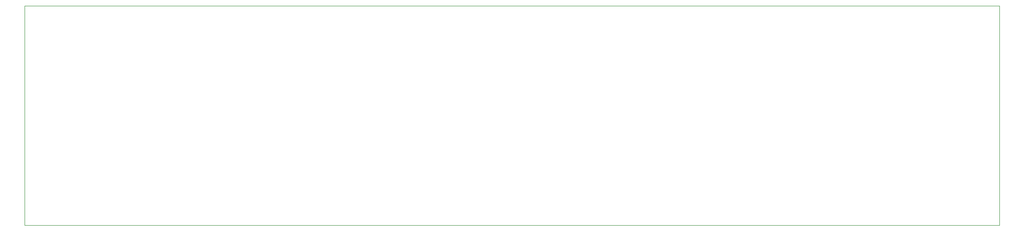
<source format=gbr>
%TF.GenerationSoftware,KiCad,Pcbnew,7.0.9*%
%TF.CreationDate,2023-12-04T18:13:03+01:00*%
%TF.ProjectId,projekt1,70726f6a-656b-4743-912e-6b696361645f,rev?*%
%TF.SameCoordinates,Original*%
%TF.FileFunction,Profile,NP*%
%FSLAX46Y46*%
G04 Gerber Fmt 4.6, Leading zero omitted, Abs format (unit mm)*
G04 Created by KiCad (PCBNEW 7.0.9) date 2023-12-04 18:13:03*
%MOMM*%
%LPD*%
G01*
G04 APERTURE LIST*
%TA.AperFunction,Profile*%
%ADD10C,0.100000*%
%TD*%
G04 APERTURE END LIST*
D10*
X58700000Y-78740000D02*
X243290000Y-78740000D01*
X243290000Y-120340000D01*
X58700000Y-120340000D01*
X58700000Y-78740000D01*
M02*

</source>
